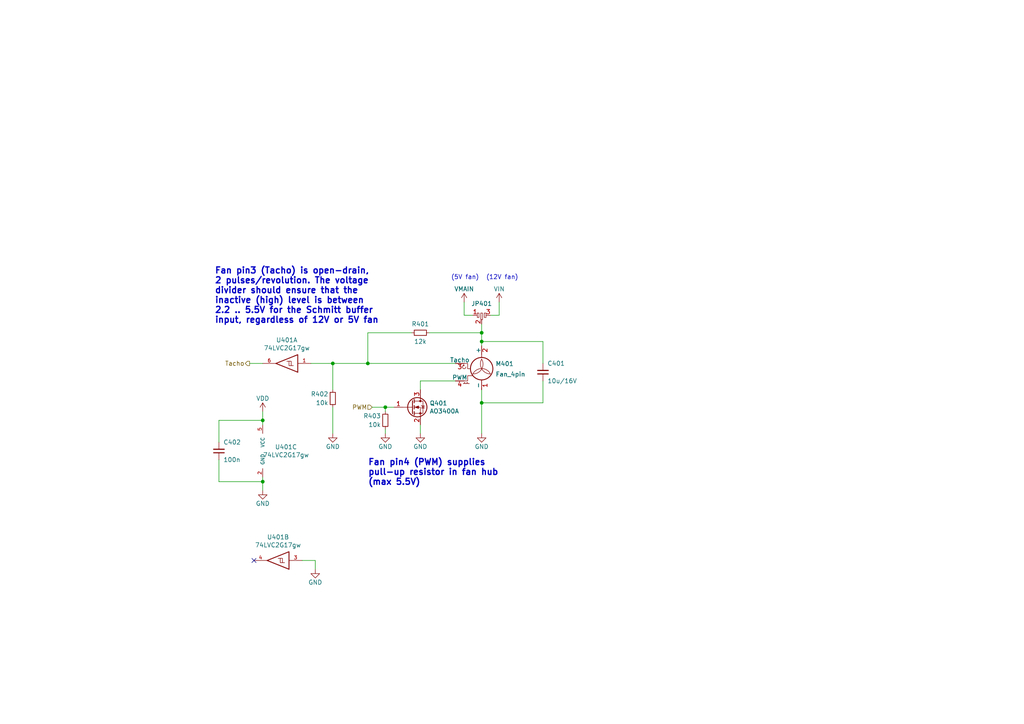
<source format=kicad_sch>
(kicad_sch (version 20211123) (generator eeschema)
  (paper "A4")
  (title_block (title "Fan controller") (date "2020-12-13") (rev "r0.1") (company "MaJo"))
  (lib_symbols
    (symbol "Device:C_Small" (pin_numbers hide) (pin_names (offset 0.254) hide)
      (property "Reference" "C" (at 0.254 1.778 0))
      (property "Value" "C_Small" (at 0.254 -2.032 0))
      (symbol "C_Small_0_1"
        (polyline (pts (xy -1.524 -0.508) (xy 1.524 -0.508)) (stroke (width 0.3302)))
        (polyline (pts (xy -1.524 0.508) (xy 1.524 0.508)) (stroke (width 0.3048)))
      )
      (symbol "C_Small_1_1"
        (pin passive line (at 0 2.54 270) (length 2.032) (name "~") (number "1"))
        (pin passive line (at 0 -2.54 90) (length 2.032) (name "~") (number "2"))
      )
    )
    (symbol "Device:R_Small" (pin_numbers hide) (pin_names (offset 0.254) hide)
      (property "Reference" "R" (at 0.762 0.508 0))
      (property "Value" "R_Small" (at 0.762 -1.016 0))
      (symbol "R_Small_0_1"
        (rectangle (start -0.762 1.778) (end 0.762 -1.778) (stroke (width 0.2032)))
      )
      (symbol "R_Small_1_1"
        (pin passive line (at 0 2.54 270) (length 0.762) (name "~") (number "1"))
        (pin passive line (at 0 -2.54 90) (length 0.762) (name "~") (number "2"))
      )
    )
    (symbol "Transistor_FET:AO3400A" (pin_names hide)
      (property "Reference" "Q" (at 5.08 1.905 0))
      (property "Value" "AO3400A" (at 5.08 0 0))
      (symbol "AO3400A_0_1"
        (polyline (pts (xy 0.254 0) (xy -2.54 0)))
        (polyline (pts (xy 0.254 1.905) (xy 0.254 -1.905)) (stroke (width 0.254)))
        (polyline (pts (xy 0.762 -1.27) (xy 0.762 -2.286)) (stroke (width 0.254)))
        (polyline (pts (xy 0.762 0.508) (xy 0.762 -0.508)) (stroke (width 0.254)))
        (polyline (pts (xy 0.762 2.286) (xy 0.762 1.27)) (stroke (width 0.254)))
        (polyline (pts (xy 2.54 2.54) (xy 2.54 1.778)))
        (polyline (pts (xy 2.54 -2.54) (xy 2.54 0) (xy 0.762 0)))
        (polyline (pts (xy 0.762 -1.778) (xy 3.302 -1.778) (xy 3.302 1.778) (xy 0.762 1.778)))
        (polyline (pts (xy 1.016 0) (xy 2.032 0.381) (xy 2.032 -0.381) (xy 1.016 0)) (fill (type outline)))
        (polyline (pts (xy 2.794 0.508) (xy 2.921 0.381) (xy 3.683 0.381) (xy 3.81 0.254)))
        (polyline (pts (xy 3.302 0.381) (xy 2.921 -0.254) (xy 3.683 -0.254) (xy 3.302 0.381)))
        (circle (center 1.651 0) (radius 2.794) (stroke (width 0.254)))
        (circle (center 2.54 -1.778) (radius 0.254) (fill (type outline)))
        (circle (center 2.54 1.778) (radius 0.254) (fill (type outline)))
      )
      (symbol "AO3400A_1_1"
        (pin input line (at -5.08 0 0) (length 2.54) (name "G") (number "1"))
        (pin passive line (at 2.54 -5.08 90) (length 2.54) (name "S") (number "2"))
        (pin passive line (at 2.54 5.08 270) (length 2.54) (name "D") (number "3"))
      )
    )
    (symbol "customlib_mj:74LVC2G17" (pin_names (offset 1.016))
      (property "Reference" "U" (at -2.54 3.81 0))
      (property "Value" "74LVC2G17" (at 0 -3.81 0))
      (symbol "74LVC2G17_1_1"
        (polyline (pts (xy -1.905 0.635) (xy -1.27 0.635) (xy -1.27 -0.635)))
        (polyline (pts (xy -3.81 2.54) (xy -3.81 -2.54) (xy 2.54 0) (xy -3.81 2.54)) (stroke (width 0.254)))
        (polyline (pts (xy -2.54 0.635) (xy -1.905 0.635) (xy -1.905 -0.635) (xy -0.635 -0.635)))
        (pin input line (at -7.62 0 0) (length 3.81) (name "~") (number "1"))
        (pin output line (at 6.35 0 180) (length 3.81) (name "~") (number "6"))
      )
      (symbol "74LVC2G17_2_1"
        (polyline (pts (xy -1.905 0.635) (xy -1.27 0.635) (xy -1.27 -0.635)))
        (polyline (pts (xy -3.81 2.54) (xy -3.81 -2.54) (xy 2.54 0) (xy -3.81 2.54)) (stroke (width 0.254)))
        (polyline (pts (xy -2.54 0.635) (xy -1.905 0.635) (xy -1.905 -0.635) (xy -0.635 -0.635)))
        (pin input line (at -7.62 0 0) (length 3.81) (name "~") (number "3"))
        (pin output line (at 6.35 0 180) (length 3.81) (name "~") (number "4"))
      )
      (symbol "74LVC2G17_3_1"
        (pin power_in line (at 0 -7.62 90) (length 2.54) (name "GND") (number "2"))
        (pin power_in line (at 0 7.62 270) (length 2.54) (name "VCC") (number "5"))
      )
    )
    (symbol "customlib_mj:Fan_4pin" (pin_names (offset 0))
      (property "Reference" "M" (at 2.54 5.08 0))
      (property "Value" "Fan_4pin" (at 2.54 -2.54 0))
      (property "Molex_part" "https://www.mouser.se/datasheet/2/276/3/0470531000_PCB_HEADERS-2846062.pdf" (at 2.54 -12.7 0))
      (property "Mfg_pn" "Molex 47053-1000" (at 13.97 -8.89 0))
      (symbol "Fan_4pin_0_0"
        (arc (start -5.588 1.524) (mid -5.08 1.016) (end -4.572 1.524))
        (arc (start -5.08 2.032) (mid -5.4392 1.8832) (end -5.588 1.524))
        (polyline (pts (xy -5.08 2.032) (xy -5.334 2.159)))
        (polyline (pts (xy -5.08 2.032) (xy -5.207 1.778)))
        (polyline (pts (xy -4.064 2.54) (xy -4.064 1.016) (xy -3.302 1.016)))
      )
      (symbol "Fan_4pin_0_1"
        (arc (start -2.54 -0.508) (mid -0.0014 0.9048) (end 0 3.81))
        (polyline (pts (xy -4.064 2.54) (xy -5.08 2.54)))
        (polyline (pts (xy 0 -5.08) (xy 0 -4.572)))
        (polyline (pts (xy 0 -2.2352) (xy 0 -2.6416)))
        (polyline (pts (xy 0 4.2672) (xy 0 4.6228)))
        (polyline (pts (xy 0 4.572) (xy 0 5.08)))
        (polyline (pts (xy -2.54 -1.016) (xy -4.064 -1.016) (xy -4.064 -2.54) (xy -5.08 -2.54)))
        (polyline (pts (xy -5.334 -3.302) (xy -5.08 -3.302) (xy -5.08 -3.048) (xy -4.826 -3.048) (xy -4.826 -3.302) (xy -4.318 -3.302) (xy -4.318 -3.048) (xy -4.064 -3.048) (xy -4.064 -3.302) (xy -3.556 -3.302)))
        (circle (center 0 1.016) (radius 3.2512) (stroke (width 0.254)))
        (arc (start 0 3.81) (mid 0.0468 0.9315) (end 2.54 -0.508))
        (arc (start 2.54 -0.508) (mid 0 1.0618) (end -2.54 -0.508))
      )
      (symbol "Fan_4pin_1_1"
        (pin passive line (at 0 -5.08 90) (length 2.54) (name "-") (number "1"))
        (pin passive line (at 0 7.62 270) (length 2.54) (name "+") (number "2"))
        (pin passive line (at -7.62 2.54 0) (length 2.54) (name "Tacho") (number "3"))
        (pin input line (at -7.62 -2.54 0) (length 2.54) (name "PWM") (number "4"))
      )
    )
    (symbol "customlib_mj:VIN" (power) (pin_names (offset 0))
      (property "Value" "VIN" (at 0 3.81 0))
      (symbol "VIN_0_1"
        (polyline (pts (xy -0.762 1.27) (xy 0 2.54)))
        (polyline (pts (xy 0 0) (xy 0 2.54)))
        (polyline (pts (xy 0 2.54) (xy 0.762 1.27)))
      )
      (symbol "VIN_1_1"
        (pin power_in line (at 0 0 90) (length 0) hide (name "VIN") (number "1"))
      )
    )
    (symbol "customlib_mj:VMAIN" (power) (pin_names (offset 0))
      (property "Value" "VMAIN" (at 0 3.81 0))
      (symbol "VMAIN_0_1"
        (polyline (pts (xy -0.762 1.27) (xy 0 2.54)))
        (polyline (pts (xy 0 0) (xy 0 2.54)))
        (polyline (pts (xy 0 2.54) (xy 0.762 1.27)))
      )
      (symbol "VMAIN_1_1"
        (pin power_in line (at 0 0 90) (length 0) hide (name "VMAIN") (number "1"))
      )
    )
    (symbol "customlib_mj:dogbone_3_ud" (pin_names (offset 1.016))
      (property "Reference" "JP" (at 0 1.905 0))
      (symbol "dogbone_3_ud_0_1"
        (rectangle (start -1.27 0.635) (end -0.762 -0.635))
        (rectangle (start -0.254 0.635) (end 0.254 -1.27))
        (rectangle (start 1.27 0.635) (end 0.762 -0.635))
      )
      (symbol "dogbone_3_ud_1_1"
        (pin passive line (at -2.54 0 0) (length 1.27) (name "~") (number "1"))
        (pin passive line (at 0 -2.54 90) (length 1.27) (name "~") (number "2"))
        (pin passive line (at 2.54 0 180) (length 1.27) (name "~") (number "3"))
      )
    )
    (symbol "power:GND" (power) (pin_names (offset 0))
      (property "Value" "GND" (at 0 -3.81 0))
      (symbol "GND_0_1"
        (polyline (pts (xy 0 0) (xy 0 -1.27) (xy 1.27 -1.27) (xy 0 -2.54) (xy -1.27 -1.27) (xy 0 -1.27)))
      )
      (symbol "GND_1_1"
        (pin power_in line (at 0 0 270) (length 0) hide (name "GND") (number "1"))
      )
    )
    (symbol "power:VDD" (power) (pin_names (offset 0))
      (property "Value" "VDD" (at 0 3.81 0))
      (symbol "VDD_0_1"
        (polyline (pts (xy -0.762 1.27) (xy 0 2.54)))
        (polyline (pts (xy 0 0) (xy 0 2.54)))
        (polyline (pts (xy 0 2.54) (xy 0.762 1.27)))
      )
      (symbol "VDD_1_1"
        (pin power_in line (at 0 0 90) (length 0) hide (name "VDD") (number "1"))
      )
    )
  )
  (junction (at 76.2 121.92))
  (junction (at 76.2 139.7))
  (junction (at 139.7 96.52))
  (junction (at 111.76 118.11))
  (junction (at 139.7 99.06))
  (junction (at 106.68 105.41))
  (junction (at 96.52 105.41))
  (junction (at 139.7 116.84))
  (no_connect (at 73.66 162.56))
  (wire (pts (xy 157.48 116.84) (xy 139.7 116.84)))
  (wire (pts (xy 106.68 105.41) (xy 132.08 105.41)))
  (wire (pts (xy 139.7 99.06) (xy 157.48 99.06)))
  (wire (pts (xy 139.7 96.52) (xy 139.7 99.06)))
  (wire (pts (xy 111.76 125.73) (xy 111.76 124.46)))
  (wire (pts (xy 144.78 91.44) (xy 142.24 91.44)))
  (wire (pts (xy 76.2 119.38) (xy 76.2 121.92)))
  (wire (pts (xy 139.7 116.84) (xy 139.7 125.73)))
  (wire (pts (xy 76.2 105.41) (xy 72.39 105.41)))
  (wire (pts (xy 139.7 113.03) (xy 139.7 116.84)))
  (wire (pts (xy 63.5 121.92) (xy 76.2 121.92)))
  (wire (pts (xy 90.17 105.41) (xy 96.52 105.41)))
  (wire (pts (xy 76.2 139.7) (xy 76.2 138.43)))
  (wire (pts (xy 76.2 139.7) (xy 63.5 139.7)))
  (wire (pts (xy 91.44 165.1) (xy 91.44 162.56)))
  (wire (pts (xy 76.2 142.24) (xy 76.2 139.7)))
  (wire (pts (xy 121.92 110.49) (xy 132.08 110.49)))
  (wire (pts (xy 121.92 113.03) (xy 121.92 110.49)))
  (wire (pts (xy 134.62 87.63) (xy 134.62 91.44)))
  (wire (pts (xy 139.7 99.06) (xy 139.7 100.33)))
  (wire (pts (xy 157.48 99.06) (xy 157.48 105.41)))
  (wire (pts (xy 144.78 87.63) (xy 144.78 91.44)))
  (wire (pts (xy 96.52 105.41) (xy 106.68 105.41)))
  (wire (pts (xy 157.48 110.49) (xy 157.48 116.84)))
  (wire (pts (xy 96.52 105.41) (xy 96.52 113.03)))
  (wire (pts (xy 63.5 139.7) (xy 63.5 133.35)))
  (wire (pts (xy 96.52 125.73) (xy 96.52 118.11)))
  (wire (pts (xy 134.62 91.44) (xy 137.16 91.44)))
  (wire (pts (xy 111.76 119.38) (xy 111.76 118.11)))
  (wire (pts (xy 111.76 118.11) (xy 114.3 118.11)))
  (wire (pts (xy 107.95 118.11) (xy 111.76 118.11)))
  (wire (pts (xy 63.5 128.27) (xy 63.5 121.92)))
  (wire (pts (xy 121.92 125.73) (xy 121.92 123.19)))
  (wire (pts (xy 119.38 96.52) (xy 106.68 96.52)))
  (wire (pts (xy 91.44 162.56) (xy 87.63 162.56)))
  (wire (pts (xy 76.2 121.92) (xy 76.2 123.19)))
  (wire (pts (xy 139.7 93.98) (xy 139.7 96.52)))
  (wire (pts (xy 106.68 96.52) (xy 106.68 105.41)))
  (wire (pts (xy 124.46 96.52) (xy 139.7 96.52)))
  (text "Fan pin4 (PWM) supplies \npull-up resistor in fan hub\n(max 5.5V)" (at 106.68 140.97 0) (effects (font (size 1.778 1.778) (thickness 0.3556) bold) (justify left bottom)))
  (text "(5V fan)" (at 130.81 81.28 0) (effects (font (size 1.27 1.27)) (justify left bottom)))
  (text "(12V fan)" (at 140.97 81.28 0) (effects (font (size 1.27 1.27)) (justify left bottom)))
  (text "Fan pin3 (Tacho) is open-drain,\n2 pulses/revolution. The voltage\ndivider should ensure that the\ninactive (high) level is between\n2.2 .. 5.5V for the Schmitt buffer\ninput, regardless of 12V or 5V fan" (at 62.23 93.98 0) (effects (font (size 1.778 1.778) (thickness 0.3556) bold) (justify left bottom)))
  (hierarchical_label "PWM" (shape input) (at 107.95 118.11 180))
  (hierarchical_label "Tacho" (shape output) (at 72.39 105.41 180))
  (symbol (lib_id "customlib_mj:74LVC2G17") (at 82.55 105.41 180) (unit 1)
    (property "Reference" "U401" (at 83.185 98.6282 0))
    (property "Value" "74LVC2G17gw" (at 83.185 100.9396 0))
    (property "Footprint" "Package_TO_SOT_SMD:SOT-363_SC-70-6" (effects hide))
    (property "Datasheet" "http://www.ti.com/lit/sg/scyt129e/scyt129e.pdf" (effects hide))
    (property "LCSC (DNM)" "C80500" (effects hide))
  )
  (symbol (lib_id "customlib_mj:Fan_4pin") (at 139.7 107.95 0) (unit 1)
    (property "Reference" "M401" (at 143.7132 105.5116 0) (effects (justify left)))
    (property "Value" "Fan_4pin" (at 143.7132 107.823 0) (effects (justify left top)))
    (property "Footprint" "Connector:FanPinHeader_1x04_P2.54mm_Vertical" (effects hide))
    (property "Datasheet" "http://www.formfactors.org/developer%5Cspecs%5Crev1_2_public.pdf" (effects hide))
  )
  (symbol (lib_id "customlib_mj:dogbone_3_ud") (at 139.7 91.44 0) (unit 1)
    (property "Reference" "JP401" (at 139.7 88.0618 0))
    (property "Value" "dogbone_3_ud" (effects hide))
    (property "Footprint" "customlib_mj_fp:db3_ud_0603" (effects hide))
  )
  (symbol (lib_id "power:GND") (at 139.7 125.73 0) (unit 1)
    (property "Reference" "#PWR0407" (effects hide))
    (property "Value" "GND" (at 139.7 129.54 0))
  )
  (symbol (lib_id "customlib_mj:VIN") (at 144.78 87.63 0) (unit 1)
    (property "Reference" "#PWR0402" (effects hide))
    (property "Value" "VIN" (at 144.78 83.82 0))
  )
  (symbol (lib_id "customlib_mj:VMAIN") (at 134.62 87.63 0) (unit 1)
    (property "Reference" "#PWR0401" (effects hide))
    (property "Value" "VMAIN" (at 134.62 83.82 0))
  )
  (symbol (lib_id "power:GND") (at 121.92 125.73 0) (unit 1)
    (property "Reference" "#PWR0406" (effects hide))
    (property "Value" "GND" (at 121.92 129.54 0))
  )
  (symbol (lib_id "Device:R_Small") (at 111.76 121.92 180) (unit 1)
    (property "Reference" "R403" (at 110.49 120.65 0) (effects (justify left)))
    (property "Value" "10k" (at 110.49 123.19 0) (effects (justify left)))
    (property "Footprint" "Resistor_SMD:R_0402_1005Metric" (effects hide))
    (property "LCSC" "C25744" (effects hide))
  )
  (symbol (lib_id "power:GND") (at 111.76 125.73 0) (unit 1)
    (property "Reference" "#PWR0405" (effects hide))
    (property "Value" "GND" (at 111.76 129.54 0))
  )
  (symbol (lib_id "Device:R_Small") (at 121.92 96.52 90) (unit 1)
    (property "Reference" "R401" (at 121.92 93.98 90))
    (property "Value" "12k" (at 121.92 99.06 90))
    (property "Footprint" "Resistor_SMD:R_0402_1005Metric" (effects hide))
    (property "LCSC" "C25752" (effects hide))
  )
  (symbol (lib_id "Device:R_Small") (at 96.52 115.57 180) (unit 1)
    (property "Reference" "R402" (at 95.25 114.3 0) (effects (justify left)))
    (property "Value" "10k" (at 95.25 116.84 0) (effects (justify left)))
    (property "Footprint" "Resistor_SMD:R_0402_1005Metric" (effects hide))
    (property "LCSC" "C25744" (effects hide))
  )
  (symbol (lib_id "power:GND") (at 96.52 125.73 0) (unit 1)
    (property "Reference" "#PWR0404" (effects hide))
    (property "Value" "GND" (at 96.52 129.54 0))
  )
  (symbol (lib_id "customlib_mj:74LVC2G17") (at 76.2 130.81 0) (unit 3)
    (property "Reference" "U401" (at 82.9564 129.6416 0))
    (property "Value" "74LVC2G17gw" (at 82.9564 131.953 0))
    (property "Footprint" "Package_TO_SOT_SMD:SOT-363_SC-70-6" (effects hide))
    (property "Datasheet" "http://www.ti.com/lit/sg/scyt129e/scyt129e.pdf" (effects hide))
    (property "LCSC (DNM)" "C80500" (effects hide))
  )
  (symbol (lib_id "power:VDD") (at 76.2 119.38 0) (unit 1)
    (property "Reference" "#PWR0403" (effects hide))
    (property "Value" "VDD" (at 76.2 115.57 0))
  )
  (symbol (lib_id "power:GND") (at 76.2 142.24 0) (unit 1)
    (property "Reference" "#PWR0408" (effects hide))
    (property "Value" "GND" (at 76.2 146.05 0))
  )
  (symbol (lib_id "Device:C_Small") (at 63.5 130.81 0) (mirror x) (unit 1)
    (property "Reference" "C402" (at 64.77 128.27 0) (effects (justify left)))
    (property "Value" "100n" (at 64.77 133.35 0) (effects (justify left)))
    (property "Footprint" "Capacitor_SMD:C_0402_1005Metric" (effects hide))
    (property "LCSC" "C1525" (effects hide))
  )
  (symbol (lib_id "Device:C_Small") (at 157.48 107.95 0) (mirror x) (unit 1)
    (property "Reference" "C401" (at 158.75 105.41 0) (effects (justify left)))
    (property "Value" "10u/16V" (at 158.75 110.49 0) (effects (justify left)))
    (property "Footprint" "Capacitor_SMD:C_0805_2012Metric" (effects hide))
    (property "LCSC" "C15850" (effects hide))
  )
  (symbol (lib_id "customlib_mj:74LVC2G17") (at 80.01 162.56 180) (unit 2)
    (property "Reference" "U401" (at 80.645 155.7782 0))
    (property "Value" "74LVC2G17gw" (at 80.645 158.0896 0))
    (property "Footprint" "Package_TO_SOT_SMD:SOT-363_SC-70-6" (effects hide))
    (property "Datasheet" "http://www.ti.com/lit/sg/scyt129e/scyt129e.pdf" (effects hide))
    (property "LCSC (DNM)" "C80500" (effects hide))
  )
  (symbol (lib_id "power:GND") (at 91.44 165.1 0) (unit 1)
    (property "Reference" "#PWR0409" (effects hide))
    (property "Value" "GND" (at 91.44 168.91 0))
  )
  (symbol (lib_id "Transistor_FET:AO3400A") (at 119.38 118.11 0) (unit 1)
    (property "Reference" "Q401" (at 124.587 116.9416 0) (effects (justify left)))
    (property "Value" "AO3400A" (at 124.587 119.253 0) (effects (justify left)))
    (property "Footprint" "Package_TO_SOT_SMD:SOT-23" (effects hide))
    (property "Datasheet" "http://www.aosmd.com/pdfs/datasheet/AO3400A.pdf" (effects hide))
    (property "LCSC" "C20917" (effects hide))
  )
)
</source>
